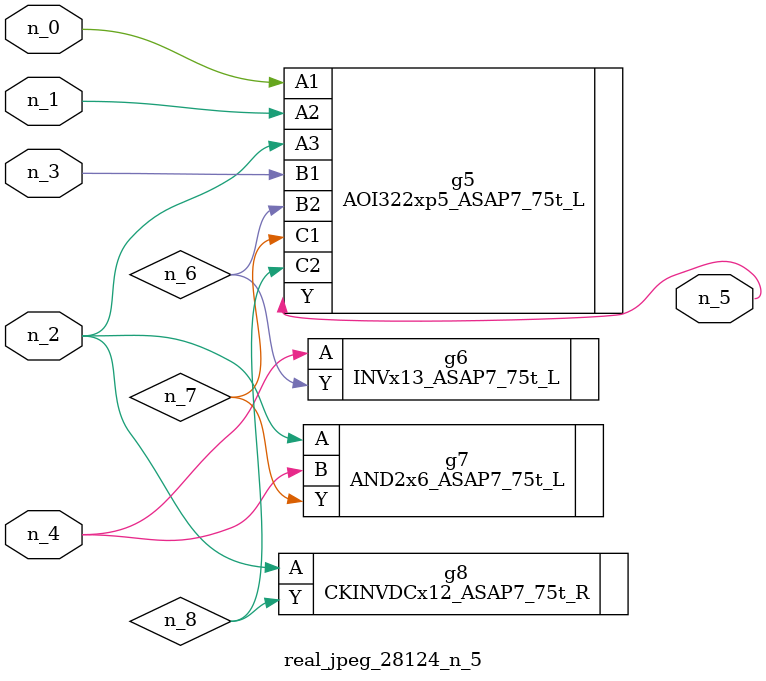
<source format=v>
module real_jpeg_28124_n_5 (n_4, n_0, n_1, n_2, n_3, n_5);

input n_4;
input n_0;
input n_1;
input n_2;
input n_3;

output n_5;

wire n_8;
wire n_6;
wire n_7;

AOI322xp5_ASAP7_75t_L g5 ( 
.A1(n_0),
.A2(n_1),
.A3(n_2),
.B1(n_3),
.B2(n_6),
.C1(n_7),
.C2(n_8),
.Y(n_5)
);

AND2x6_ASAP7_75t_L g7 ( 
.A(n_2),
.B(n_4),
.Y(n_7)
);

CKINVDCx12_ASAP7_75t_R g8 ( 
.A(n_2),
.Y(n_8)
);

INVx13_ASAP7_75t_L g6 ( 
.A(n_4),
.Y(n_6)
);


endmodule
</source>
